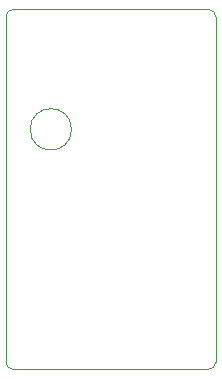
<source format=gbr>
%TF.GenerationSoftware,KiCad,Pcbnew,5.1.6+dfsg1-1~bpo10+1*%
%TF.CreationDate,Date%
%TF.ProjectId,ProMicro_ZPM,50726f4d-6963-4726-9f5f-5a504d2e6b69,v1.0*%
%TF.SameCoordinates,Original*%
%TF.FileFunction,Other,User*%
%FSLAX45Y45*%
G04 Gerber Fmt 4.5, Leading zero omitted, Abs format (unit mm)*
G04 Created by KiCad*
%MOMM*%
%LPD*%
G01*
G04 APERTURE LIST*
%TA.AperFunction,Profile*%
%ADD10C,0.100000*%
%TD*%
%ADD11C,0.050000*%
G04 APERTURE END LIST*
D10*
X-63500Y-127000D02*
G75*
G02*
X-127000Y-63500I0J63500D01*
G01*
X1651000Y-63500D02*
G75*
G02*
X1587500Y-127000I-63500J0D01*
G01*
X1587500Y2921000D02*
G75*
G02*
X1651000Y2857500I0J-63500D01*
G01*
X-127000Y2857500D02*
G75*
G02*
X-63500Y2921000I63500J0D01*
G01*
X-127000Y-63500D02*
X-127000Y2857500D01*
X1587500Y-127000D02*
X-63500Y-127000D01*
X1651000Y2857500D02*
X1651000Y-63500D01*
X-63500Y2921000D02*
X1587500Y2921000D01*
D11*
X429000Y1905000D02*
G75*
G03*
X429000Y1905000I-175000J0D01*
G01*
M02*

</source>
